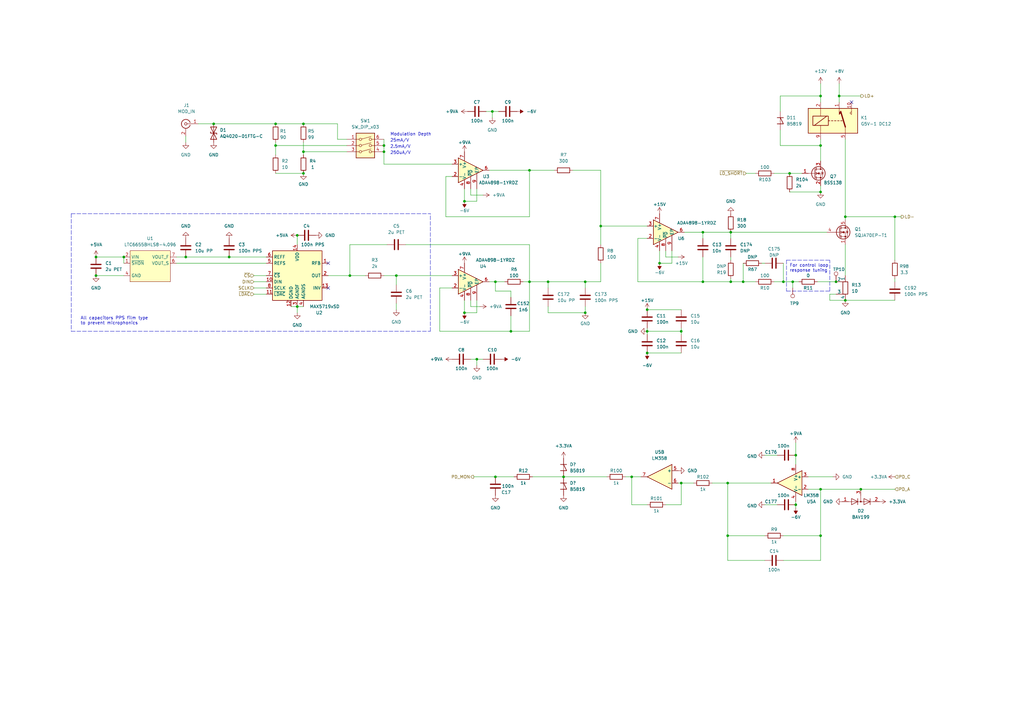
<source format=kicad_sch>
(kicad_sch (version 20211123) (generator eeschema)
  (paper "A3")
  (title_block (title "Kirdy") (date "2022-07-03") (rev "r0.1") (company "M-Labs") (comment 1 "Alex Wong Tat Hang"))
  (lib_symbols
    (symbol "Amplifier_Operational:ADA4898-1YRDZ" (pin_names (offset 0.127))
      (property "Reference" "U" (at 3.81 3.81 0))
      (property "Value" "ADA4898-1YRDZ" (at 11.43 -2.54 0))
      (symbol "ADA4898-1YRDZ_1_1"
        (pin input line (at -7.62 -2.54 0) (length 2.54) (name "-") (number "2"))
        (pin input line (at -7.62 2.54 0) (length 2.54) (name "+") (number "3"))
        (pin power_in line (at -2.54 -7.62 90) (length 3.81) (name "V-") (number "4"))
        (pin output line (at 7.62 0 180) (length 2.54) (name "~") (number "6"))
        (pin power_in line (at -2.54 7.62 270) (length 3.81) (name "V+") (number "7"))
        (pin input line (at 0 -7.62 90) (length 5.08) (name "~{PD}") (number "8"))
        (pin passive line (at 2.54 -7.62 90) (length 6.35) (name "EP") (number "9"))
      )
    )
    (symbol "Amplifier_Operational:LM358" (pin_names (offset 0.127))
      (property "Reference" "U" (at 0 5.08 0))
      (property "Value" "LM358" (at 0 -5.08 0))
      (symbol "LM358_1_1"
        (pin output line (at 7.62 0 180) (length 2.54) (name "~") (number "1"))
        (pin input line (at -7.62 -2.54 0) (length 2.54) (name "-") (number "2"))
        (pin input line (at -7.62 2.54 0) (length 2.54) (name "+") (number "3"))
      )
      (symbol "LM358_2_1"
        (pin input line (at -7.62 2.54 0) (length 2.54) (name "+") (number "5"))
        (pin input line (at -7.62 -2.54 0) (length 2.54) (name "-") (number "6"))
        (pin output line (at 7.62 0 180) (length 2.54) (name "~") (number "7"))
      )
      (symbol "LM358_3_1"
        (pin power_in line (at -2.54 -7.62 90) (length 3.81) (name "V-") (number "4"))
        (pin power_in line (at -2.54 7.62 270) (length 3.81) (name "V+") (number "8"))
      )
    )
    (symbol "Analog_DAC:MAX5719xSD"
      (property "Reference" "U" (at -10.16 11.43 0))
      (property "Value" "MAX5719xSD" (at 1.27 11.43 0))
      (symbol "MAX5719xSD_1_1"
        (pin passive line (at 12.7 5.08 180) (length 2.54) (name "RFB") (number "1"))
        (pin input line (at -12.7 -2.54 0) (length 2.54) (name "DIN") (number "10"))
        (pin input line (at -12.7 -7.62 0) (length 2.54) (name "~{LDAC}") (number "11"))
        (pin power_in line (at -2.54 -12.7 90) (length 2.54) (name "DGND") (number "12"))
        (pin passive line (at 12.7 -5.08 180) (length 2.54) (name "INV") (number "13"))
        (pin power_in line (at 0 12.7 270) (length 2.54) (name "VDD") (number "14"))
        (pin output line (at 12.7 0 180) (length 2.54) (name "OUT") (number "2"))
        (pin power_in line (at 0 -12.7 90) (length 2.54) (name "AGNDF") (number "3"))
        (pin power_in line (at 2.54 -12.7 90) (length 2.54) (name "AGNDS") (number "4"))
        (pin input line (at -12.7 5.08 0) (length 2.54) (name "REFS") (number "5"))
        (pin input line (at -12.7 7.62 0) (length 2.54) (name "REFF") (number "6"))
        (pin input line (at -12.7 0 0) (length 2.54) (name "~{CS}") (number "7"))
        (pin input line (at -12.7 -5.08 0) (length 2.54) (name "SCLK") (number "8"))
        (pin no_connect line (at 10.16 -7.62 180) (length 2.54) hide (name "NC") (number "9"))
      )
    )
    (symbol "Connector:Conn_Coaxial" (pin_names (offset 1.016) hide)
      (property "Reference" "J" (at 0.254 3.048 0))
      (property "Value" "Conn_Coaxial" (at 2.921 0 90))
      (symbol "Conn_Coaxial_1_1"
        (pin passive line (at -5.08 0 0) (length 2.54) (name "In") (number "1"))
        (pin passive line (at 0 -5.08 90) (length 2.54) (name "Ext") (number "2"))
      )
    )
    (symbol "Connector:TestPoint" (pin_numbers hide) (pin_names (offset 0.762) hide)
      (property "Reference" "TP" (at 0 6.858 0))
      (property "Value" "TestPoint" (at 0 5.08 0))
      (symbol "TestPoint_1_1"
        (pin passive line (at 0 0 90) (length 2.54) (name "1") (number "1"))
      )
    )
    (symbol "Device:C" (pin_numbers hide) (pin_names (offset 0.254))
      (property "Reference" "C" (at 0.635 2.54 0))
      (property "Value" "C" (at 0.635 -2.54 0))
      (symbol "C_1_1"
        (pin passive line (at 0 3.81 270) (length 2.794) (name "~") (number "1"))
        (pin passive line (at 0 -3.81 90) (length 2.794) (name "~") (number "2"))
      )
    )
    (symbol "Device:D_Shockley" (pin_numbers hide) (pin_names (offset 1.016) hide)
      (property "Reference" "D" (at 0 2.54 0))
      (property "Value" "D_Shockley" (at 0 -2.54 0))
      (symbol "D_Shockley_1_1"
        (pin passive line (at -3.81 0 0) (length 2.54) (name "K") (number "1"))
        (pin passive line (at 3.81 0 180) (length 2.54) (name "A") (number "2"))
      )
    )
    (symbol "Device:D_TVS" (pin_numbers hide) (pin_names (offset 1.016) hide)
      (property "Reference" "D" (at 0 2.54 0))
      (property "Value" "D_TVS" (at 0 -2.54 0))
      (symbol "D_TVS_1_1"
        (pin passive line (at -3.81 0 0) (length 2.54) (name "A1") (number "1"))
        (pin passive line (at 3.81 0 180) (length 2.54) (name "A2") (number "2"))
      )
    )
    (symbol "Device:R" (pin_numbers hide) (pin_names (offset 0))
      (property "Reference" "R" (at 2.032 0 90))
      (property "Value" "R" (at 0 0 90))
      (symbol "R_1_1"
        (pin passive line (at 0 3.81 270) (length 1.27) (name "~") (number "1"))
        (pin passive line (at 0 -3.81 90) (length 1.27) (name "~") (number "2"))
      )
    )
    (symbol "Device:R_Shunt" (pin_numbers hide) (pin_names (offset 0))
      (property "Reference" "R" (at -4.445 0 90))
      (property "Value" "R_Shunt" (at -2.54 0 90))
      (symbol "R_Shunt_1_1"
        (pin passive line (at 0 5.08 270) (length 2.54) (name "1") (number "1"))
        (pin passive line (at 3.81 2.54 180) (length 2.54) (name "2") (number "2"))
        (pin passive line (at 3.81 -2.54 180) (length 2.54) (name "3") (number "3"))
        (pin passive line (at 0 -5.08 90) (length 2.54) (name "4") (number "4"))
      )
    )
    (symbol "Diode:BAV99" (pin_names hide)
      (property "Reference" "D" (at 0 5.08 0))
      (property "Value" "BAV99" (at 0 2.54 0))
      (symbol "BAV99_1_1"
        (pin passive line (at -7.62 0 0) (length 2.54) (name "K") (number "1"))
        (pin passive line (at 7.62 0 180) (length 2.54) (name "A") (number "2"))
        (pin passive line (at 0 -5.08 90) (length 2.54) (name "K") (number "3"))
      )
    )
    (symbol "Relay:G5V-1"
      (property "Reference" "K" (at 11.43 3.81 0))
      (property "Value" "G5V-1" (at 11.43 1.27 0))
      (symbol "G5V-1_1_1"
        (pin passive line (at 2.54 7.62 270) (length 2.54) (name "~") (number "1"))
        (pin passive line (at 7.62 7.62 270) (length 2.54) (name "~") (number "10"))
        (pin passive line (at -5.08 7.62 270) (length 2.54) (name "~") (number "2"))
        (pin passive line (at 5.08 -7.62 90) (length 2.54) (name "~") (number "5"))
        (pin passive line (at 5.08 -7.62 90) (length 2.54) hide (name "~") (number "6"))
        (pin passive line (at -5.08 -7.62 90) (length 2.54) (name "~") (number "9"))
      )
    )
    (symbol "Switch:SW_DIP_x03" (pin_names (offset 0) hide)
      (property "Reference" "SW" (at 0 8.89 0))
      (property "Value" "SW_DIP_x03" (at 0 -3.81 0))
      (symbol "SW_DIP_x03_1_1"
        (pin passive line (at -7.62 5.08 0) (length 5.08) (name "~") (number "1"))
        (pin passive line (at -7.62 2.54 0) (length 5.08) (name "~") (number "2"))
        (pin passive line (at -7.62 0 0) (length 5.08) (name "~") (number "3"))
        (pin passive line (at 7.62 0 180) (length 5.08) (name "~") (number "4"))
        (pin passive line (at 7.62 2.54 180) (length 5.08) (name "~") (number "5"))
        (pin passive line (at 7.62 5.08 180) (length 5.08) (name "~") (number "6"))
      )
    )
    (symbol "Transistor_FET:BSS138" (pin_names hide)
      (property "Reference" "Q" (at 5.08 1.905 0))
      (property "Value" "BSS138" (at 5.08 0 0))
      (symbol "BSS138_1_1"
        (pin input line (at -5.08 0 0) (length 2.54) (name "G") (number "1"))
        (pin passive line (at 2.54 -5.08 90) (length 2.54) (name "S") (number "2"))
        (pin passive line (at 2.54 5.08 270) (length 2.54) (name "D") (number "3"))
      )
    )
    (symbol "Transistor_FET:CSD17507Q5A" (pin_names hide)
      (property "Reference" "Q" (at 5.08 1.905 0))
      (property "Value" "CSD17507Q5A" (at 5.08 0 0))
      (symbol "CSD17507Q5A_1_1"
        (pin passive line (at 2.54 -5.08 90) (length 2.54) (name "S") (number "1"))
        (pin passive line (at 2.54 -5.08 90) (length 2.54) hide (name "S") (number "2"))
        (pin passive line (at 2.54 -5.08 90) (length 2.54) hide (name "S") (number "3"))
        (pin passive line (at -5.08 0 0) (length 2.54) (name "G") (number "4"))
        (pin passive line (at 2.54 5.08 270) (length 2.54) (name "D") (number "5"))
      )
    )
    (symbol "kirdy:LTC6655"
      (property "Reference" "U" (at 0 -10.16 0))
      (property "Value" "LTC6655" (at 0 -7.62 0))
      (symbol "LTC6655_0_0"
        (pin input line (at -10.16 2.54 0) (length 2.54) (name "~{SHDN}") (number "1"))
        (pin power_in line (at -10.16 5.08 0) (length 2.54) (name "VIN") (number "2"))
        (pin power_in line (at -10.16 -2.54 0) (length 2.54) hide (name "GND") (number "3"))
        (pin power_in line (at -10.16 -2.54 0) (length 2.54) (name "GND") (number "4"))
        (pin power_in line (at -10.16 -2.54 0) (length 2.54) hide (name "GND") (number "5"))
        (pin passive line (at 11.43 2.54 180) (length 2.54) (name "VOUT_S") (number "6"))
        (pin output line (at 11.43 5.08 180) (length 2.54) (name "VOUT_F") (number "7"))
        (pin power_in line (at -10.16 -2.54 0) (length 2.54) hide (name "GND") (number "8"))
      )
    )
    (symbol "power:+12V" (power) (pin_names (offset 0))
      (property "Value" "+12V" (at 0 3.556 0))
      (symbol "+12V_1_1"
        (pin power_in line (at 0 0 90) (length 0) hide (name "+12V") (number "1"))
      )
    )
    (symbol "power:+15V" (power) (pin_names (offset 0))
      (property "Value" "+15V" (at 0 3.556 0))
      (symbol "+15V_1_1"
        (pin power_in line (at 0 0 90) (length 0) hide (name "+15V") (number "1"))
      )
    )
    (symbol "power:+3.3VA" (power) (pin_names (offset 0))
      (property "Value" "+3.3VA" (at 0 3.556 0))
      (symbol "+3.3VA_1_1"
        (pin power_in line (at 0 0 90) (length 0) hide (name "+3.3VA") (number "1"))
      )
    )
    (symbol "power:+5VA" (power) (pin_names (offset 0))
      (property "Value" "+5VA" (at 0 3.556 0))
      (symbol "+5VA_1_1"
        (pin power_in line (at 0 0 90) (length 0) hide (name "+5VA") (number "1"))
      )
    )
    (symbol "power:+8V" (power) (pin_names (offset 0))
      (property "Value" "+8V" (at 0 3.556 0))
      (symbol "+8V_1_1"
        (pin power_in line (at 0 0 90) (length 0) hide (name "+8V") (number "1"))
      )
    )
    (symbol "power:+9VA" (power) (pin_names (offset 0))
      (property "Value" "+9VA" (at 0 3.81 0))
      (symbol "+9VA_1_1"
        (pin power_in line (at 0 0 90) (length 0) hide (name "+9VA") (number "1"))
      )
    )
    (symbol "power:-6V" (power) (pin_names (offset 0))
      (property "Value" "-6V" (at 0 3.81 0))
      (symbol "-6V_0_0"
        (pin power_in line (at 0 0 90) (length 0) hide (name "-6V") (number "1"))
      )
    )
    (symbol "power:GND" (power) (pin_names (offset 0))
      (property "Value" "GND" (at 0 -3.81 0))
      (symbol "GND_1_1"
        (pin power_in line (at 0 0 270) (length 0) hide (name "GND") (number "1"))
      )
    )
  )
  (junction (at 270.51 107.95))
  (junction (at 124.46 71.12))
  (junction (at 217.17 69.85))
  (junction (at 342.9 115.57))
  (junction (at 265.43 135.89))
  (junction (at 203.2 115.57))
  (junction (at 121.92 96.52))
  (junction (at 336.55 59.69))
  (junction (at 288.29 95.25))
  (junction (at 367.03 88.9))
  (junction (at 231.14 195.58))
  (junction (at 336.55 39.37))
  (junction (at 346.71 88.9))
  (junction (at 87.63 50.8))
  (junction (at 201.93 45.72))
  (junction (at 157.48 62.23))
  (junction (at 240.03 115.57))
  (junction (at 336.55 219.71))
  (junction (at 195.58 147.32))
  (junction (at 299.72 115.57))
  (junction (at 265.43 127))
  (junction (at 190.5 128.27))
  (junction (at 124.46 50.8))
  (junction (at 298.45 198.12))
  (junction (at 217.17 115.57))
  (junction (at 224.79 115.57))
  (junction (at 190.5 82.55))
  (junction (at 325.12 115.57))
  (junction (at 288.29 115.57))
  (junction (at 143.51 113.03))
  (junction (at 326.39 207.01))
  (junction (at 336.55 78.74))
  (junction (at 299.72 95.25))
  (junction (at 259.08 195.58))
  (junction (at 113.03 50.8))
  (junction (at 336.55 200.66))
  (junction (at 162.56 113.03))
  (junction (at 76.2 105.41))
  (junction (at 279.4 198.12))
  (junction (at 279.4 135.89))
  (junction (at 246.38 92.71))
  (junction (at 50.8 105.41))
  (junction (at 346.71 123.19))
  (junction (at 265.43 144.78))
  (junction (at 93.98 105.41))
  (junction (at 353.06 200.66))
  (junction (at 39.37 113.03))
  (junction (at 240.03 128.27))
  (junction (at 113.03 59.69))
  (junction (at 344.17 39.37))
  (junction (at 298.45 219.71))
  (junction (at 304.8 115.57))
  (junction (at 326.39 186.69))
  (junction (at 124.46 62.23))
  (junction (at 121.92 125.73))
  (junction (at 209.55 135.89))
  (junction (at 39.37 105.41))
  (junction (at 203.2 195.58))
  (junction (at 157.48 59.69))
  (junction (at 323.85 71.12))
  (junction (at 321.31 115.57))
  (no_connect (at 349.25 41.91))
  (no_connect (at 134.62 118.11))
  (no_connect (at 134.62 107.95))
  (wire (pts (xy 162.56 124.46) (xy 162.56 127)))
  (wire (pts (xy 104.14 113.03) (xy 109.22 113.03)))
  (wire (pts (xy 326.39 207.01) (xy 326.39 205.74)))
  (wire (pts (xy 298.45 219.71) (xy 313.69 219.71)))
  (wire (pts (xy 50.8 105.41) (xy 50.8 107.95)))
  (wire (pts (xy 157.48 59.69) (xy 157.48 62.23)))
  (wire (pts (xy 323.85 71.12) (xy 328.93 71.12)))
  (wire (pts (xy 217.17 115.57) (xy 224.79 115.57)))
  (wire (pts (xy 353.06 200.66) (xy 367.03 200.66)))
  (wire (pts (xy 113.03 71.12) (xy 124.46 71.12)))
  (wire (pts (xy 335.28 115.57) (xy 342.9 115.57)))
  (wire (pts (xy 288.29 95.25) (xy 299.72 95.25)))
  (wire (pts (xy 321.31 219.71) (xy 336.55 219.71)))
  (wire (pts (xy 336.55 219.71) (xy 336.55 200.66)))
  (wire (pts (xy 325.12 118.11) (xy 325.12 115.57)))
  (wire (pts (xy 231.14 195.58) (xy 248.92 195.58)))
  (wire (pts (xy 240.03 115.57) (xy 246.38 115.57)))
  (wire (pts (xy 265.43 135.89) (xy 265.43 137.16)))
  (wire (pts (xy 320.04 59.69) (xy 336.55 59.69)))
  (wire (pts (xy 346.71 90.17) (xy 346.71 88.9)))
  (wire (pts (xy 166.37 100.33) (xy 217.17 100.33)))
  (wire (pts (xy 138.43 57.15) (xy 142.24 57.15)))
  (wire (pts (xy 278.13 198.12) (xy 279.4 198.12)))
  (wire (pts (xy 194.31 195.58) (xy 203.2 195.58)))
  (wire (pts (xy 76.2 58.42) (xy 76.2 55.88)))
  (wire (pts (xy 240.03 118.11) (xy 240.03 115.57)))
  (wire (pts (xy 288.29 95.25) (xy 288.29 97.79)))
  (wire (pts (xy 280.67 95.25) (xy 288.29 95.25)))
  (wire (pts (xy 193.04 125.73) (xy 196.85 125.73)))
  (wire (pts (xy 336.55 34.29) (xy 336.55 39.37)))
  (wire (pts (xy 124.46 58.42) (xy 124.46 62.23)))
  (wire (pts (xy 273.05 207.01) (xy 279.4 207.01)))
  (wire (pts (xy 246.38 107.95) (xy 246.38 115.57)))
  (wire (pts (xy 367.03 114.3) (xy 367.03 115.57)))
  (wire (pts (xy 299.72 95.25) (xy 339.09 95.25)))
  (wire (pts (xy 81.28 50.8) (xy 87.63 50.8)))
  (polyline (pts (xy 322.58 119.38) (xy 340.36 119.38)))
  (wire (pts (xy 104.14 118.11) (xy 109.22 118.11)))
  (wire (pts (xy 336.55 59.69) (xy 336.55 66.04)))
  (wire (pts (xy 273.05 105.41) (xy 278.13 105.41)))
  (polyline (pts (xy 322.58 106.68) (xy 340.36 106.68)))
  (wire (pts (xy 340.36 120.65) (xy 340.36 123.19)))
  (wire (pts (xy 157.48 57.15) (xy 157.48 59.69)))
  (wire (pts (xy 299.72 105.41) (xy 299.72 106.68)))
  (wire (pts (xy 298.45 219.71) (xy 298.45 198.12)))
  (wire (pts (xy 76.2 105.41) (xy 93.98 105.41)))
  (wire (pts (xy 104.14 115.57) (xy 109.22 115.57)))
  (wire (pts (xy 113.03 58.42) (xy 113.03 59.69)))
  (wire (pts (xy 200.66 69.85) (xy 217.17 69.85)))
  (wire (pts (xy 201.93 45.72) (xy 201.93 48.26)))
  (wire (pts (xy 306.07 71.12) (xy 309.88 71.12)))
  (wire (pts (xy 224.79 115.57) (xy 240.03 115.57)))
  (wire (pts (xy 217.17 88.9) (xy 217.17 69.85)))
  (wire (pts (xy 209.55 135.89) (xy 217.17 135.89)))
  (wire (pts (xy 162.56 113.03) (xy 185.42 113.03)))
  (wire (pts (xy 320.04 53.34) (xy 320.04 59.69)))
  (wire (pts (xy 157.48 113.03) (xy 162.56 113.03)))
  (wire (pts (xy 336.55 57.15) (xy 336.55 59.69)))
  (wire (pts (xy 299.72 95.25) (xy 299.72 97.79)))
  (wire (pts (xy 217.17 135.89) (xy 217.17 115.57)))
  (wire (pts (xy 367.03 88.9) (xy 346.71 88.9)))
  (wire (pts (xy 313.69 229.87) (xy 298.45 229.87)))
  (wire (pts (xy 240.03 128.27) (xy 240.03 125.73)))
  (wire (pts (xy 313.69 207.01) (xy 318.77 207.01)))
  (wire (pts (xy 72.39 107.95) (xy 109.22 107.95)))
  (wire (pts (xy 124.46 62.23) (xy 142.24 62.23)))
  (wire (pts (xy 214.63 115.57) (xy 217.17 115.57)))
  (wire (pts (xy 279.4 135.89) (xy 265.43 135.89)))
  (wire (pts (xy 201.93 45.72) (xy 204.47 45.72)))
  (wire (pts (xy 180.34 118.11) (xy 180.34 135.89)))
  (wire (pts (xy 256.54 195.58) (xy 259.08 195.58)))
  (wire (pts (xy 259.08 207.01) (xy 259.08 195.58)))
  (wire (pts (xy 195.58 82.55) (xy 195.58 77.47)))
  (wire (pts (xy 190.5 77.47) (xy 190.5 82.55)))
  (wire (pts (xy 195.58 128.27) (xy 195.58 123.19)))
  (wire (pts (xy 279.4 198.12) (xy 284.48 198.12)))
  (wire (pts (xy 143.51 100.33) (xy 143.51 113.03)))
  (wire (pts (xy 158.75 100.33) (xy 143.51 100.33)))
  (polyline (pts (xy 29.21 87.63) (xy 176.53 87.63)))
  (wire (pts (xy 346.71 123.19) (xy 367.03 123.19)))
  (wire (pts (xy 218.44 195.58) (xy 231.14 195.58)))
  (wire (pts (xy 195.58 147.32) (xy 198.12 147.32)))
  (wire (pts (xy 87.63 50.8) (xy 113.03 50.8)))
  (wire (pts (xy 304.8 107.95) (xy 304.8 115.57)))
  (wire (pts (xy 193.04 77.47) (xy 193.04 80.01)))
  (wire (pts (xy 113.03 50.8) (xy 124.46 50.8)))
  (wire (pts (xy 190.5 82.55) (xy 195.58 82.55)))
  (wire (pts (xy 193.04 147.32) (xy 195.58 147.32)))
  (wire (pts (xy 203.2 195.58) (xy 210.82 195.58)))
  (wire (pts (xy 321.31 115.57) (xy 325.12 115.57)))
  (wire (pts (xy 246.38 69.85) (xy 246.38 92.71)))
  (wire (pts (xy 270.51 107.95) (xy 275.59 107.95)))
  (wire (pts (xy 199.39 45.72) (xy 201.93 45.72)))
  (wire (pts (xy 344.17 39.37) (xy 344.17 41.91)))
  (wire (pts (xy 185.42 72.39) (xy 182.88 72.39)))
  (polyline (pts (xy 340.36 119.38) (xy 340.36 106.68)))
  (wire (pts (xy 340.36 120.65) (xy 342.9 120.65)))
  (wire (pts (xy 292.1 198.12) (xy 298.45 198.12)))
  (wire (pts (xy 72.39 105.41) (xy 76.2 105.41)))
  (wire (pts (xy 259.08 195.58) (xy 262.89 195.58)))
  (wire (pts (xy 180.34 135.89) (xy 209.55 135.89)))
  (wire (pts (xy 298.45 198.12) (xy 316.23 198.12)))
  (wire (pts (xy 193.04 123.19) (xy 193.04 125.73)))
  (wire (pts (xy 134.62 113.03) (xy 143.51 113.03)))
  (wire (pts (xy 209.55 119.38) (xy 203.2 119.38)))
  (wire (pts (xy 93.98 105.41) (xy 109.22 105.41)))
  (wire (pts (xy 317.5 115.57) (xy 321.31 115.57)))
  (wire (pts (xy 234.95 69.85) (xy 246.38 69.85)))
  (wire (pts (xy 39.37 105.41) (xy 50.8 105.41)))
  (wire (pts (xy 326.39 181.61) (xy 326.39 186.69)))
  (wire (pts (xy 39.37 113.03) (xy 50.8 113.03)))
  (wire (pts (xy 369.57 88.9) (xy 367.03 88.9)))
  (wire (pts (xy 190.5 128.27) (xy 195.58 128.27)))
  (wire (pts (xy 124.46 62.23) (xy 124.46 63.5)))
  (wire (pts (xy 270.51 102.87) (xy 270.51 107.95)))
  (polyline (pts (xy 29.21 87.63) (xy 29.21 135.89)))
  (wire (pts (xy 325.12 115.57) (xy 327.66 115.57)))
  (wire (pts (xy 113.03 59.69) (xy 142.24 59.69)))
  (wire (pts (xy 261.62 115.57) (xy 261.62 97.79)))
  (wire (pts (xy 298.45 229.87) (xy 298.45 219.71)))
  (wire (pts (xy 121.92 96.52) (xy 121.92 100.33)))
  (wire (pts (xy 273.05 102.87) (xy 273.05 105.41)))
  (wire (pts (xy 157.48 67.31) (xy 185.42 67.31)))
  (polyline (pts (xy 322.58 106.68) (xy 322.58 119.38)))
  (wire (pts (xy 217.17 69.85) (xy 227.33 69.85)))
  (wire (pts (xy 336.55 39.37) (xy 336.55 41.91)))
  (wire (pts (xy 331.47 195.58) (xy 341.63 195.58)))
  (wire (pts (xy 304.8 115.57) (xy 309.88 115.57)))
  (wire (pts (xy 344.17 39.37) (xy 353.06 39.37)))
  (wire (pts (xy 288.29 115.57) (xy 261.62 115.57)))
  (wire (pts (xy 182.88 88.9) (xy 217.17 88.9)))
  (wire (pts (xy 119.38 125.73) (xy 121.92 125.73)))
  (wire (pts (xy 246.38 92.71) (xy 265.43 92.71)))
  (wire (pts (xy 367.03 88.9) (xy 367.03 106.68)))
  (wire (pts (xy 104.14 120.65) (xy 109.22 120.65)))
  (wire (pts (xy 326.39 208.28) (xy 326.39 207.01)))
  (wire (pts (xy 143.51 113.03) (xy 149.86 113.03)))
  (wire (pts (xy 193.04 80.01) (xy 198.12 80.01)))
  (wire (pts (xy 246.38 92.71) (xy 246.38 100.33)))
  (polyline (pts (xy 29.21 135.89) (xy 176.53 135.89)))
  (wire (pts (xy 224.79 125.73) (xy 224.79 128.27)))
  (wire (pts (xy 299.72 114.3) (xy 299.72 115.57)))
  (wire (pts (xy 346.71 57.15) (xy 346.71 88.9)))
  (wire (pts (xy 313.69 186.69) (xy 318.77 186.69)))
  (wire (pts (xy 321.31 229.87) (xy 336.55 229.87)))
  (wire (pts (xy 190.5 123.19) (xy 190.5 128.27)))
  (wire (pts (xy 326.39 186.69) (xy 326.39 190.5)))
  (wire (pts (xy 224.79 118.11) (xy 224.79 115.57)))
  (wire (pts (xy 331.47 200.66) (xy 336.55 200.66)))
  (wire (pts (xy 203.2 119.38) (xy 203.2 115.57)))
  (wire (pts (xy 321.31 107.95) (xy 321.31 115.57)))
  (wire (pts (xy 336.55 229.87) (xy 336.55 219.71)))
  (wire (pts (xy 320.04 39.37) (xy 336.55 39.37)))
  (wire (pts (xy 209.55 129.54) (xy 209.55 135.89)))
  (wire (pts (xy 279.4 134.62) (xy 279.4 135.89)))
  (wire (pts (xy 344.17 34.29) (xy 344.17 39.37)))
  (wire (pts (xy 312.42 107.95) (xy 313.69 107.95)))
  (wire (pts (xy 323.85 78.74) (xy 336.55 78.74)))
  (wire (pts (xy 113.03 59.69) (xy 113.03 63.5)))
  (wire (pts (xy 121.92 125.73) (xy 121.92 128.27)))
  (wire (pts (xy 217.17 100.33) (xy 217.17 115.57)))
  (wire (pts (xy 279.4 135.89) (xy 279.4 137.16)))
  (wire (pts (xy 162.56 113.03) (xy 162.56 116.84)))
  (wire (pts (xy 279.4 207.01) (xy 279.4 198.12)))
  (wire (pts (xy 157.48 62.23) (xy 157.48 67.31)))
  (wire (pts (xy 124.46 50.8) (xy 138.43 50.8)))
  (wire (pts (xy 203.2 115.57) (xy 207.01 115.57)))
  (wire (pts (xy 336.55 76.2) (xy 336.55 78.74)))
  (wire (pts (xy 317.5 71.12) (xy 323.85 71.12)))
  (wire (pts (xy 340.36 123.19) (xy 346.71 123.19)))
  (wire (pts (xy 185.42 118.11) (xy 180.34 118.11)))
  (wire (pts (xy 320.04 45.72) (xy 320.04 39.37)))
  (wire (pts (xy 265.43 134.62) (xy 265.43 135.89)))
  (wire (pts (xy 224.79 128.27) (xy 240.03 128.27)))
  (wire (pts (xy 265.43 127) (xy 279.4 127)))
  (wire (pts (xy 336.55 200.66) (xy 353.06 200.66)))
  (wire (pts (xy 288.29 115.57) (xy 299.72 115.57)))
  (wire (pts (xy 209.55 121.92) (xy 209.55 119.38)))
  (wire (pts (xy 265.43 144.78) (xy 279.4 144.78)))
  (wire (pts (xy 200.66 115.57) (xy 203.2 115.57)))
  (wire (pts (xy 346.71 100.33) (xy 346.71 113.03)))
  (wire (pts (xy 138.43 50.8) (xy 138.43 57.15)))
  (wire (pts (xy 275.59 107.95) (xy 275.59 102.87)))
  (wire (pts (xy 288.29 105.41) (xy 288.29 115.57)))
  (wire (pts (xy 195.58 147.32) (xy 195.58 149.86)))
  (wire (pts (xy 299.72 115.57) (xy 304.8 115.57)))
  (polyline (pts (xy 176.53 135.89) (xy 176.53 87.63)))
  (wire (pts (xy 265.43 207.01) (xy 259.08 207.01)))
  (wire (pts (xy 121.92 125.73) (xy 124.46 125.73)))
  (wire (pts (xy 182.88 72.39) (xy 182.88 88.9)))
  (wire (pts (xy 261.62 97.79) (xy 265.43 97.79)))
  (text "250uA/V" (at 160.02 63.5 0) (effects (font (size 1.27 1.27)) (justify left bottom)))
  (text "All capacitors PPS film type\nto prevent microphonics " (at 33.02 133.35 0) (effects (font (size 1.27 1.27)) (justify left bottom)))
  (text "2.5mA/V" (at 160.02 60.96 0) (effects (font (size 1.27 1.27)) (justify left bottom)))
  (text "For control loop\nresponse tuning" (at 323.85 111.76 0) (effects (font (size 1.27 1.27)) (justify left bottom)))
  (text "25mA/V" (at 160.02 58.42 0) (effects (font (size 1.27 1.27)) (justify left bottom)))
  (text "Modulation Depth" (at 160.02 55.88 0) (effects (font (size 1.27 1.27)) (justify left bottom)))
  (hierarchical_label "~{LDAC}" (shape input) (at 104.14 120.65 180))
  (hierarchical_label "~{LD_SHORT}" (shape input) (at 306.07 71.12 180))
  (hierarchical_label "LD+" (shape output) (at 353.06 39.37 0))
  (hierarchical_label "SCLK" (shape input) (at 104.14 118.11 180))
  (hierarchical_label "PD_MON" (shape output) (at 194.31 195.58 180))
  (hierarchical_label "PD_C" (shape input) (at 367.03 195.58 0))
  (hierarchical_label "PD_A" (shape input) (at 367.03 200.66 0))
  (hierarchical_label "DIN" (shape input) (at 104.14 115.57 180))
  (hierarchical_label "LD-" (shape output) (at 369.57 88.9 0))
  (hierarchical_label "~{CS}" (shape input) (at 104.14 113.03 180))
  (symbol (lib_id "Connector:TestPoint") (at 342.9 115.57 0) (unit 1)
    (property "Reference" "TP10" (at 341.63 110.49 0) (effects (justify left)))
    (property "Value" "TestPoint" (effects hide))
    (property "Footprint" "TestPoint:TestPoint_Pad_2.0x2.0mm" (effects hide))
  )
  (symbol (lib_id "Amplifier_Operational:LM358") (at 328.93 198.12 0) (unit 3)
    (property "Reference" "U5" (effects hide))
    (property "Value" "LM358" (effects hide))
    (property "Datasheet" "http://www.ti.com/lit/ds/symlink/lm2904-n.pdf" (effects hide))
  )
  (symbol (lib_id "Device:R") (at 299.72 110.49 180) (unit 1)
    (property "Reference" "R19" (at 295.91 111.76 0))
    (property "Value" "DNP" (at 295.91 109.22 0))
    (property "Footprint" "Resistor_SMD:R_0603_1608Metric" (effects hide))
  )
  (symbol (lib_id "Device:R") (at 299.72 91.44 180) (unit 1)
    (property "Reference" "R18" (at 302.26 90.1699 0) (effects (justify right)))
    (property "Value" "300" (at 302.26 92.7099 0) (effects (justify right)))
    (property "Footprint" "Resistor_SMD:R_0603_1608Metric" (effects hide))
    (property "MFR_PN" "WR06X1000FTL" (effects hide))
    (property "MFR_PN_ALT" "RMCF0603FT100R" (effects hide))
  )
  (symbol (lib_id "Diode:BAV99") (at 353.06 205.74 0) (mirror x) (unit 1)
    (property "Reference" "D2" (at 353.06 209.55 0))
    (property "Value" "BAV199" (at 353.06 212.09 0))
    (property "Footprint" "Package_TO_SOT_SMD:SOT-23" (effects hide))
    (property "Datasheet" "https://assets.nexperia.com/documents/data-sheet/BAV99_SER.pdf" (effects hide))
    (property "MFR_PN" "BAV199W-7" (effects hide))
    (property "MFR_PN_ALT" "BAV199E6327HTSA1" (effects hide))
  )
  (symbol (lib_id "power:+3.3VA") (at 367.03 195.58 90) (unit 1)
    (property "Reference" "#PWR0173" (effects hide))
    (property "Value" "+3.3VA" (at 356.87 195.58 90) (effects (justify right)))
  )
  (symbol (lib_id "power:GND") (at 313.69 186.69 270) (unit 1)
    (property "Reference" "#PWR0130" (effects hide))
    (property "Value" "GND" (at 310.5151 187.1238 90) (effects (justify right)))
  )
  (symbol (lib_id "power:GND") (at 345.44 205.74 270) (unit 1)
    (property "Reference" "#PWR036" (effects hide))
    (property "Value" "GND" (at 341.63 205.7399 90) (effects (justify right)))
  )
  (symbol (lib_id "Device:D_Shockley") (at 320.04 49.53 270) (unit 1)
    (property "Reference" "D11" (at 322.58 48.2599 90) (effects (justify left)))
    (property "Value" "B5819" (at 322.58 50.7999 90) (effects (justify left)))
    (property "Footprint" "Diode_SMD:D_SOD-323" (effects hide))
    (property "MFR_PN" "B5819WS-TP" (effects hide))
  )
  (symbol (lib_id "Device:R") (at 323.85 74.93 180) (unit 1)
    (property "Reference" "R104" (at 326.39 73.6599 0) (effects (justify right)))
    (property "Value" "2k" (at 326.39 76.1999 0) (effects (justify right)))
    (property "Footprint" "Resistor_SMD:R_0603_1608Metric" (effects hide))
    (property "MFR_PN" "RC0603FR-072KL" (effects hide))
    (property "MFR_PN_ALT" "ERJ-3EKF2001V" (effects hide))
  )
  (symbol (lib_id "power:GND") (at 336.55 78.74 0) (unit 1)
    (property "Reference" "#PWR0171" (effects hide))
    (property "Value" "GND" (at 336.55 83.82 0))
  )
  (symbol (lib_id "power:+3.3VA") (at 231.14 187.96 0) (unit 1)
    (property "Reference" "#PWR032" (effects hide))
    (property "Value" "+3.3VA" (at 231.14 182.88 0))
  )
  (symbol (lib_id "power:-6V") (at 212.09 45.72 270) (unit 1)
    (property "Reference" "#PWR022" (effects hide))
    (property "Value" "-6V" (at 215.9 45.7199 90) (effects (justify left)))
  )
  (symbol (lib_id "Device:C") (at 162.56 100.33 90) (unit 1)
    (property "Reference" "C5" (at 162.56 92.71 90))
    (property "Value" "2u PET" (at 162.56 95.25 90))
    (property "Footprint" "Capacitor_SMD:C_1812_4532Metric" (effects hide))
    (property "MFR_PN" "35MU225MC14532" (effects hide))
  )
  (symbol (lib_id "power:+15V") (at 265.43 127 0) (unit 1)
    (property "Reference" "#PWR028" (effects hide))
    (property "Value" "+15V" (at 265.43 123.19 0))
  )
  (symbol (lib_id "Device:R") (at 331.47 115.57 90) (unit 1)
    (property "Reference" "R11" (at 331.47 118.11 90))
    (property "Value" "0" (at 331.47 113.03 90))
    (property "Footprint" "Resistor_SMD:R_0603_1608Metric" (effects hide))
    (property "MFR_PN" "RMCF0603ZT0R00" (effects hide))
    (property "MFR_PN_ALT" "CR0603-J/-000ELF" (effects hide))
  )
  (symbol (lib_id "power:-6V") (at 205.74 147.32 270) (unit 1)
    (property "Reference" "#PWR023" (effects hide))
    (property "Value" "-6V" (at 209.55 147.3199 90) (effects (justify left)))
  )
  (symbol (lib_id "Device:C") (at 208.28 45.72 90) (unit 1)
    (property "Reference" "C9" (at 208.28 41.91 90))
    (property "Value" "100n" (at 208.28 49.53 90))
    (property "Footprint" "Capacitor_SMD:C_0603_1608Metric" (effects hide))
    (property "MFR_PN" "CL10B104KB8NNWC" (effects hide))
    (property "MFR_PN_ALT" "CL10B104KB8NNNL" (effects hide))
  )
  (symbol (lib_id "Device:R") (at 269.24 207.01 90) (unit 1)
    (property "Reference" "R101" (at 269.24 204.47 90))
    (property "Value" "1k" (at 269.24 209.55 90))
    (property "Footprint" "Resistor_SMD:R_0603_1608Metric" (effects hide))
    (property "MFR_PN" "RNCP0603FTD1K00" (effects hide))
    (property "MFR_PN_ALT" "WR06X1001FTL" (effects hide))
  )
  (symbol (lib_id "Relay:G5V-1") (at 341.63 49.53 0) (unit 1)
    (property "Reference" "K1" (at 353.06 48.2599 0) (effects (justify left)))
    (property "Value" "G5V-1 DC12" (at 353.06 50.7999 0) (effects (justify left)))
    (property "Footprint" "Relay_THT:Relay_SPDT_Omron_G5V-1" (effects hide))
    (property "Datasheet" "http://omronfs.omron.com/en_US/ecb/products/pdf/en-g5v_1.pdf" (effects hide))
  )
  (symbol (lib_id "Amplifier_Operational:LM358") (at 270.51 195.58 0) (mirror y) (unit 2)
    (property "Reference" "U5" (at 270.51 185.42 0))
    (property "Value" "LM358" (at 270.51 187.96 0))
    (property "Datasheet" "http://www.ti.com/lit/ds/symlink/lm2904-n.pdf" (effects hide))
  )
  (symbol (lib_id "power:+5VA") (at 39.37 105.41 0) (unit 1)
    (property "Reference" "#PWR01" (effects hide))
    (property "Value" "+5VA" (at 39.37 100.33 0))
  )
  (symbol (lib_id "Device:C") (at 279.4 140.97 0) (unit 1)
    (property "Reference" "C16" (at 283.21 139.6999 0) (effects (justify left)))
    (property "Value" "10u" (at 283.21 142.2399 0) (effects (justify left)))
    (property "Footprint" "Capacitor_SMD:C_0805_2012Metric" (effects hide))
    (property "MFR_PN" "CL21B106KOQNNNG" (effects hide))
    (property "MFR_PN_ALT" "CL21B106KOQNNNE" (effects hide))
  )
  (symbol (lib_id "Device:C") (at 76.2 101.6 0) (unit 1)
    (property "Reference" "C2" (at 80.01 100.3299 0) (effects (justify left)))
    (property "Value" "10u PP" (at 80.01 102.8699 0) (effects (justify left)))
    (property "Footprint" "Capacitor_SMD:C_1812_4532Metric" (effects hide))
    (property "MFR_PN" "16MU106MC44532" (effects hide))
  )
  (symbol (lib_id "Connector:TestPoint") (at 325.12 118.11 180) (unit 1)
    (property "Reference" "TP9" (at 327.66 124.46 0) (effects (justify left)))
    (property "Value" "TestPoint" (effects hide))
    (property "Footprint" "TestPoint:TestPoint_Pad_2.0x2.0mm" (effects hide))
  )
  (symbol (lib_id "Device:C") (at 299.72 101.6 0) (unit 1)
    (property "Reference" "C174" (at 303.53 100.3299 0) (effects (justify left)))
    (property "Value" "DNP" (at 303.53 102.8699 0) (effects (justify left)))
    (property "Footprint" "Capacitor_SMD:C_0603_1608Metric" (effects hide))
  )
  (symbol (lib_id "Device:R") (at 313.69 115.57 90) (unit 1)
    (property "Reference" "R10" (at 313.69 118.11 90))
    (property "Value" "100" (at 313.69 113.03 90))
    (property "Footprint" "Resistor_SMD:R_0603_1608Metric" (effects hide))
    (property "MFR_PN" "WR06X1000FTL" (effects hide))
    (property "MFR_PN_ALT" "RMCF0603FT100R" (effects hide))
  )
  (symbol (lib_id "Device:R") (at 367.03 110.49 180) (unit 1)
    (property "Reference" "R98" (at 370.84 109.22 0))
    (property "Value" "3.3" (at 370.84 111.76 0))
    (property "Footprint" "Resistor_SMD:R_0603_1608Metric" (effects hide))
  )
  (symbol (lib_id "power:GND") (at 121.92 128.27 0) (unit 1)
    (property "Reference" "#PWR06" (effects hide))
    (property "Value" "GND" (at 121.92 133.35 0))
  )
  (symbol (lib_id "Amplifier_Operational:ADA4898-1YRDZ") (at 273.05 95.25 0) (unit 1)
    (property "Reference" "U6" (at 279.4 97.79 0))
    (property "Value" "ADA4898-1YRDZ" (at 285.75 91.44 0))
    (property "Footprint" "Package_SO:SOIC-8-1EP_3.9x4.9mm_P1.27mm_EP2.29x3mm" (effects hide))
    (property "Datasheet" "https://www.analog.com/media/en/technical-documentation/data-sheets/ada4898-1_4898-2.pdf" (effects hide))
    (property "MFR_PN" "ADA4898-1YRDZ" (effects hide))
  )
  (symbol (lib_id "Device:C") (at 288.29 101.6 0) (unit 1)
    (property "Reference" "C13" (at 292.1 100.3299 0) (effects (justify left)))
    (property "Value" "10n" (at 292.1 102.8699 0) (effects (justify left)))
    (property "Footprint" "Capacitor_SMD:C_0603_1608Metric" (effects hide))
    (property "MFR_PN" "0603B103K500CT" (effects hide))
    (property "MFR_PN_ALT" "CL10B103KB8NNNC" (effects hide))
  )
  (symbol (lib_id "Device:C") (at 322.58 207.01 90) (unit 1)
    (property "Reference" "C177" (at 318.77 205.74 90) (effects (justify left)))
    (property "Value" "100n" (at 323.85 203.2 90) (effects (justify left)))
    (property "Footprint" "Capacitor_SMD:C_0603_1608Metric" (effects hide))
    (property "MFR_PN" "CL10B104KB8NNWC" (effects hide))
    (property "MFR_PN_ALT" "CL10B104KB8NNNL" (effects hide))
  )
  (symbol (lib_id "Device:C") (at 367.03 119.38 0) (unit 1)
    (property "Reference" "C192" (at 370.84 118.1099 0) (effects (justify left)))
    (property "Value" "100n PPS" (at 370.84 120.6499 0) (effects (justify left)))
    (property "Footprint" "Capacitor_SMD:C_1210_3225Metric" (effects hide))
    (property "MFR_PN" "ECH-U1C104JX5" (effects hide))
  )
  (symbol (lib_id "Device:R") (at 288.29 198.12 90) (unit 1)
    (property "Reference" "R102" (at 288.29 195.58 90))
    (property "Value" "1k" (at 288.29 200.66 90))
    (property "Footprint" "Resistor_SMD:R_0603_1608Metric" (effects hide))
    (property "MFR_PN" "RNCP0603FTD1K00" (effects hide))
    (property "MFR_PN_ALT" "WR06X1001FTL" (effects hide))
  )
  (symbol (lib_id "power:GND") (at 341.63 195.58 90) (unit 1)
    (property "Reference" "#PWR0172" (effects hide))
    (property "Value" "GND" (at 345.44 195.5799 90) (effects (justify right)))
  )
  (symbol (lib_id "Device:R") (at 246.38 104.14 180) (unit 1)
    (property "Reference" "R8" (at 248.92 102.8699 0) (effects (justify right)))
    (property "Value" "100" (at 248.92 105.4099 0) (effects (justify right)))
    (property "Footprint" "Resistor_SMD:R_0603_1608Metric" (effects hide))
    (property "MFR_PN" "RT0603FRE07300RL" (effects hide))
    (property "MFR_PN_ALT" "RC0603FR-10300RL" (effects hide))
  )
  (symbol (lib_id "power:GND") (at 129.54 96.52 90) (unit 1)
    (property "Reference" "#PWR07" (effects hide))
    (property "Value" "GND" (at 133.35 96.5199 90) (effects (justify right)))
  )
  (symbol (lib_id "Device:R") (at 113.03 67.31 180) (unit 1)
    (property "Reference" "R2" (at 116.84 66.04 0))
    (property "Value" "10" (at 116.84 68.58 0))
    (property "Footprint" "Resistor_SMD:R_0603_1608Metric" (effects hide))
    (property "MFR_PN" "RT0603BRD0710RL" (effects hide))
    (property "MFR_PN_ALT" "WR06X10R0FTL" (effects hide))
  )
  (symbol (lib_id "power:GND") (at 39.37 113.03 0) (unit 1)
    (property "Reference" "#PWR02" (effects hide))
    (property "Value" "GND" (at 39.37 118.11 0))
  )
  (symbol (lib_id "power:GND") (at 76.2 97.79 180) (unit 1)
    (property "Reference" "#PWR03" (effects hide))
    (property "Value" "GND" (at 76.2 92.71 0))
  )
  (symbol (lib_id "power:GND") (at 313.69 207.01 270) (unit 1)
    (property "Reference" "#PWR037" (effects hide))
    (property "Value" "GND" (at 310.5151 207.4438 90) (effects (justify right)))
  )
  (symbol (lib_id "Device:C") (at 317.5 229.87 90) (unit 1)
    (property "Reference" "C14" (at 317.5 226.06 90))
    (property "Value" "100n" (at 317.5 233.68 90))
    (property "Footprint" "Capacitor_SMD:C_0603_1608Metric" (effects hide))
    (property "MFR_PN" "GCM1885C1H162FA16D" (effects hide))
    (property "MFR_PN_ALT" "C0603C162J5GAC7867" (effects hide))
  )
  (symbol (lib_id "Device:R") (at 214.63 195.58 90) (unit 1)
    (property "Reference" "R12" (at 214.63 193.04 90))
    (property "Value" "1k" (at 214.63 198.12 90))
    (property "Footprint" "Resistor_SMD:R_0603_1608Metric" (effects hide))
    (property "MFR_PN" "RNCP0603FTD1K00" (effects hide))
    (property "MFR_PN_ALT" "WR06X1001FTL" (effects hide))
  )
  (symbol (lib_id "Device:C") (at 203.2 199.39 180) (unit 1)
    (property "Reference" "C17" (at 209.55 201.93 0) (effects (justify left)))
    (property "Value" "100n" (at 210.82 199.39 0) (effects (justify left)))
    (property "Footprint" "Capacitor_SMD:C_0603_1608Metric" (effects hide))
    (property "MFR_PN" "CL10B104KB8NNWC" (effects hide))
    (property "MFR_PN_ALT" "CL10B104KB8NNNL" (effects hide))
  )
  (symbol (lib_id "power:GND") (at 278.13 193.04 90) (unit 1)
    (property "Reference" "#PWR033" (effects hide))
    (property "Value" "GND" (at 281.94 193.0399 90) (effects (justify right)))
  )
  (symbol (lib_id "power:GND") (at 299.72 87.63 180) (unit 1)
    (property "Reference" "#PWR035" (effects hide))
    (property "Value" "GND" (at 299.72 82.55 0))
  )
  (symbol (lib_id "Device:C") (at 224.79 121.92 0) (unit 1)
    (property "Reference" "C172" (at 228.6 120.6499 0) (effects (justify left)))
    (property "Value" "10u PP" (at 228.6 123.1899 0) (effects (justify left)))
    (property "Footprint" "Capacitor_SMD:C_1812_4532Metric" (effects hide))
    (property "MFR_PN" "16MU106MC44532" (effects hide))
  )
  (symbol (lib_id "Switch:SW_DIP_x03") (at 149.86 62.23 0) (unit 1)
    (property "Reference" "SW1" (at 149.86 49.53 0))
    (property "Value" "SW_DIP_x03" (at 149.86 52.07 0))
    (property "Footprint" "Button_Switch_SMD:SW_DIP_SPSTx03_Slide_Omron_A6S-310x_W8.9mm_P2.54mm" (effects hide))
    (property "MFR_PN" "A6SN-3104" (effects hide))
    (property "MFR_PN_ALT" "A6S-3102" (effects hide))
  )
  (symbol (lib_id "Amplifier_Operational:ADA4898-1YRDZ") (at 193.04 115.57 0) (unit 1)
    (property "Reference" "U4" (at 198.12 109.22 0))
    (property "Value" "ADA4898-1YRDZ" (at 203.2 106.68 0))
    (property "Footprint" "Package_SO:SOIC-8-1EP_3.9x4.9mm_P1.27mm_EP2.29x3mm" (effects hide))
    (property "Datasheet" "https://www.analog.com/media/en/technical-documentation/data-sheets/ada4898-1_4898-2.pdf" (effects hide))
    (property "MFR_PN" "ADA4898-1YRDZ" (effects hide))
  )
  (symbol (lib_id "power:GND") (at 265.43 135.89 270) (unit 1)
    (property "Reference" "#PWR029" (effects hide))
    (property "Value" "GND" (at 261.62 135.8899 90) (effects (justify right)))
  )
  (symbol (lib_id "Device:C") (at 265.43 140.97 0) (unit 1)
    (property "Reference" "C12" (at 269.24 139.6999 0) (effects (justify left)))
    (property "Value" "100n" (at 269.24 142.2399 0) (effects (justify left)))
    (property "Footprint" "Capacitor_SMD:C_0603_1608Metric" (effects hide))
    (property "MFR_PN" "CL10B104KB8NNWC" (effects hide))
    (property "MFR_PN_ALT" "CL10B104KB8NNNL" (effects hide))
  )
  (symbol (lib_id "power:GND") (at 162.56 127 0) (unit 1)
    (property "Reference" "#PWR09" (effects hide))
    (property "Value" "GND" (at 162.56 132.08 0))
  )
  (symbol (lib_id "Device:R") (at 153.67 113.03 90) (unit 1)
    (property "Reference" "R3" (at 153.67 106.68 90))
    (property "Value" "2k" (at 153.67 109.22 90))
    (property "Footprint" "Resistor_SMD:R_0603_1608Metric" (effects hide))
    (property "MFR_PN" "RC0603FR-072KL" (effects hide))
    (property "MFR_PN_ALT" "ERJ-3EKF2001V" (effects hide))
  )
  (symbol (lib_id "Device:C") (at 209.55 125.73 180) (unit 1)
    (property "Reference" "C152" (at 214.63 124.46 0))
    (property "Value" "1n6" (at 214.63 127 0))
    (property "Footprint" "Capacitor_SMD:C_0603_1608Metric" (effects hide))
    (property "MFR_PN" "GCM1885C1H162FA16D" (effects hide))
    (property "MFR_PN_ALT" "C0603C162J5GAC7867" (effects hide))
  )
  (symbol (lib_id "Device:C") (at 201.93 147.32 90) (unit 1)
    (property "Reference" "C10" (at 201.93 143.51 90))
    (property "Value" "100n" (at 201.93 151.13 90))
    (property "Footprint" "Capacitor_SMD:C_0603_1608Metric" (effects hide))
    (property "MFR_PN" "CL10B104KB8NNWC" (effects hide))
    (property "MFR_PN_ALT" "CL10B104KB8NNNL" (effects hide))
  )
  (symbol (lib_id "power:+9VA") (at 198.12 80.01 270) (unit 1)
    (property "Reference" "#PWR020" (effects hide))
    (property "Value" "+9VA" (at 201.93 80.0099 90) (effects (justify left)))
  )
  (symbol (lib_id "Device:R_Shunt") (at 346.71 118.11 0) (mirror y) (unit 1)
    (property "Reference" "R13" (at 349.25 116.8399 0) (effects (justify right)))
    (property "Value" "10" (at 349.25 119.3799 0) (effects (justify right)))
    (property "Footprint" "kirdy:R_Shunt_VCS1625ZP" (effects hide))
    (property "MFR_PN" "Y160610R0000D9W" (effects hide))
    (property "MFR_PN_ALT" "RC0603FR-10300RL" (effects hide))
  )
  (symbol (lib_id "Device:R") (at 124.46 54.61 0) (unit 1)
    (property "Reference" "R5" (at 126.238 53.7753 0) (effects (justify left)))
    (property "Value" "99" (at 126.238 56.3122 0) (effects (justify left)))
  )
  (symbol (lib_id "Device:C") (at 317.5 107.95 90) (unit 1)
    (property "Reference" "C175" (at 317.5 102.0912 90))
    (property "Value" "DNP" (at 317.5 104.6281 90))
    (property "Footprint" "Capacitor_SMD:C_0603_1608Metric" (effects hide))
  )
  (symbol (lib_id "power:-6V") (at 190.5 128.27 180) (unit 1)
    (property "Reference" "#PWR017" (effects hide))
    (property "Value" "-6V" (at 190.5 132.08 0))
  )
  (symbol (lib_id "power:+12V") (at 336.55 34.29 0) (unit 1)
    (property "Reference" "#PWR0170" (effects hide))
    (property "Value" "+12V" (at 336.55 29.21 0))
  )
  (symbol (lib_id "power:+15V") (at 278.13 105.41 270) (unit 1)
    (property "Reference" "#PWR027" (effects hide))
    (property "Value" "+15V" (at 276.86 107.95 90) (effects (justify left)))
  )
  (symbol (lib_id "Device:C") (at 279.4 130.81 0) (unit 1)
    (property "Reference" "C15" (at 283.21 129.5399 0) (effects (justify left)))
    (property "Value" "10u" (at 283.21 132.0799 0) (effects (justify left)))
    (property "Footprint" "Capacitor_SMD:C_0805_2012Metric" (effects hide))
    (property "MFR_PN" "CL21B106KOQNNNG" (effects hide))
    (property "MFR_PN_ALT" "CL21B106KOQNNNE" (effects hide))
  )
  (symbol (lib_id "Device:R") (at 308.61 107.95 90) (unit 1)
    (property "Reference" "R67" (at 308.61 110.49 90))
    (property "Value" "DNP" (at 308.61 105.41 90))
    (property "Footprint" "Resistor_SMD:R_0603_1608Metric" (effects hide))
  )
  (symbol (lib_id "power:+9VA") (at 191.77 45.72 90) (unit 1)
    (property "Reference" "#PWR011" (effects hide))
    (property "Value" "+9VA" (at 187.96 45.7199 90) (effects (justify left)))
  )
  (symbol (lib_id "Device:R") (at 313.69 71.12 90) (unit 1)
    (property "Reference" "R103" (at 313.69 73.66 90))
    (property "Value" "100" (at 313.69 68.58 90))
    (property "Footprint" "Resistor_SMD:R_0603_1608Metric" (effects hide))
    (property "MFR_PN" "WR06X1000FTL" (effects hide))
    (property "MFR_PN_ALT" "RMCF0603FT100R" (effects hide))
  )
  (symbol (lib_id "power:GND") (at 124.46 71.12 0) (unit 1)
    (property "Reference" "#PWR012" (effects hide))
    (property "Value" "GND" (at 124.46 75.5634 0))
  )
  (symbol (lib_id "Device:C") (at 322.58 186.69 90) (unit 1)
    (property "Reference" "C176" (at 318.77 185.42 90) (effects (justify left)))
    (property "Value" "100n" (at 323.85 182.88 90) (effects (justify left)))
    (property "Footprint" "Capacitor_SMD:C_0603_1608Metric" (effects hide))
    (property "MFR_PN" "CL10B104KB8NNWC" (effects hide))
    (property "MFR_PN_ALT" "CL10B104KB8NNNL" (effects hide))
  )
  (symbol (lib_id "Device:R") (at 231.14 69.85 90) (unit 1)
    (property "Reference" "R7" (at 231.14 63.5 90))
    (property "Value" "300" (at 231.14 66.04 90))
    (property "Footprint" "Resistor_SMD:R_0603_1608Metric" (effects hide))
    (property "MFR_PN" "WR06X1000FTL" (effects hide))
    (property "MFR_PN_ALT" "RMCF0603FT100R" (effects hide))
  )
  (symbol (lib_id "power:+9VA") (at 185.42 147.32 90) (unit 1)
    (property "Reference" "#PWR013" (effects hide))
    (property "Value" "+9VA" (at 181.61 147.3199 90) (effects (justify left)))
  )
  (symbol (lib_id "Device:D_Shockley") (at 231.14 199.39 270) (unit 1)
    (property "Reference" "D?" (at 233.68 198.1199 90) (effects (justify left)))
    (property "Value" "B5819" (at 233.68 200.6599 90) (effects (justify left)))
    (property "Footprint" "Diode_SMD:D_SOD-323" (effects hide))
    (property "MFR_PN" "B5819WS-TP" (effects hide))
  )
  (symbol (lib_id "power:GND") (at 87.63 58.42 0) (unit 1)
    (property "Reference" "#PWR010" (effects hide))
    (property "Value" "GND" (at 87.63 63.5 0))
  )
  (symbol (lib_id "Device:R") (at 113.03 54.61 0) (unit 1)
    (property "Reference" "R1" (at 114.808 53.7753 0) (effects (justify left)))
    (property "Value" "90" (at 114.808 56.3122 0) (effects (justify left)))
  )
  (symbol (lib_id "power:+9VA") (at 196.85 125.73 270) (unit 1)
    (property "Reference" "#PWR021" (effects hide))
    (property "Value" "+9VA" (at 200.66 125.7299 90) (effects (justify left)))
  )
  (symbol (lib_id "power:GND") (at 346.71 123.19 0) (unit 1)
    (property "Reference" "#PWR039" (effects hide))
    (property "Value" "GND" (at 346.71 128.27 0))
  )
  (symbol (lib_id "power:+3.3VA") (at 360.68 205.74 270) (unit 1)
    (property "Reference" "#PWR040" (effects hide))
    (property "Value" "+3.3VA" (at 364.49 205.7399 90) (effects (justify left)))
  )
  (symbol (lib_id "Device:R") (at 124.46 67.31 180) (unit 1)
    (property "Reference" "R4" (at 128.27 66.04 0))
    (property "Value" "1" (at 128.27 68.58 0))
    (property "Footprint" "Resistor_SMD:R_0603_1608Metric" (effects hide))
    (property "MFR_PN" "ERJ-3RQF1R0V" (effects hide))
    (property "MFR_PN_ALT" "CRCW06031R00FKEAC" (effects hide))
  )
  (symbol (lib_id "Device:C") (at 39.37 109.22 0) (unit 1)
    (property "Reference" "C1" (at 43.18 107.9499 0) (effects (justify left)))
    (property "Value" "2u PET" (at 43.18 110.4899 0) (effects (justify left)))
    (property "Footprint" "Capacitor_SMD:C_1812_4532Metric" (effects hide))
    (property "MFR_PN" "35MU225MC14532" (effects hide))
  )
  (symbol (lib_id "power:+8V") (at 344.17 34.29 0) (unit 1)
    (property "Reference" "#PWR038" (effects hide))
    (property "Value" "+8V" (at 344.17 29.21 0))
  )
  (symbol (lib_id "power:GND") (at 240.03 128.27 0) (unit 1)
    (property "Reference" "#PWR034" (effects hide))
    (property "Value" "GND" (at 240.03 132.7134 0))
  )
  (symbol (lib_id "power:GND") (at 195.58 149.86 0) (unit 1)
    (property "Reference" "#PWR019" (effects hide))
    (property "Value" "GND" (at 195.58 154.94 0))
  )
  (symbol (lib_id "Amplifier_Operational:ADA4898-1YRDZ") (at 193.04 69.85 0) (unit 1)
    (property "Reference" "U3" (at 199.39 72.39 0))
    (property "Value" "ADA4898-1YRDZ" (at 204.47 74.93 0))
    (property "Footprint" "Package_SO:SOIC-8-1EP_3.9x4.9mm_P1.27mm_EP2.29x3mm" (effects hide))
    (property "Datasheet" "https://www.analog.com/media/en/technical-documentation/data-sheets/ada4898-1_4898-2.pdf" (effects hide))
    (property "MFR_PN" "ADA4898-1YRDZ" (effects hide))
  )
  (symbol (lib_id "power:-6V") (at 190.5 82.55 180) (unit 1)
    (property "Reference" "#PWR015" (effects hide))
    (property "Value" "-6V" (at 190.5 86.36 0))
  )
  (symbol (lib_id "power:GND") (at 203.2 203.2 0) (unit 1)
    (property "Reference" "#PWR024" (effects hide))
    (property "Value" "GND" (at 203.2 208.28 0))
  )
  (symbol (lib_id "power:GND") (at 201.93 48.26 0) (unit 1)
    (property "Reference" "#PWR018" (effects hide))
    (property "Value" "GND" (at 201.93 53.34 0))
  )
  (symbol (lib_id "power:GND") (at 93.98 97.79 180) (unit 1)
    (property "Reference" "#PWR04" (effects hide))
    (property "Value" "GND" (at 93.98 92.71 0))
  )
  (symbol (lib_id "Device:R") (at 252.73 195.58 90) (unit 1)
    (property "Reference" "R100" (at 252.73 193.04 90))
    (property "Value" "1k" (at 252.73 198.12 90))
    (property "Footprint" "Resistor_SMD:R_0603_1608Metric" (effects hide))
    (property "MFR_PN" "RNCP0603FTD1K00" (effects hide))
    (property "MFR_PN_ALT" "WR06X1001FTL" (effects hide))
  )
  (symbol (lib_id "power:GND") (at 76.2 58.42 0) (unit 1)
    (property "Reference" "#PWR08" (effects hide))
    (property "Value" "GND" (at 76.2 63.5 0))
  )
  (symbol (lib_id "Device:C") (at 265.43 130.81 0) (unit 1)
    (property "Reference" "C11" (at 269.24 129.5399 0) (effects (justify left)))
    (property "Value" "100n" (at 269.24 132.0799 0) (effects (justify left)))
    (property "Footprint" "Capacitor_SMD:C_0603_1608Metric" (effects hide))
    (property "MFR_PN" "CL10B104KB8NNWC" (effects hide))
    (property "MFR_PN_ALT" "CL10B104KB8NNNL" (effects hide))
  )
  (symbol (lib_id "Device:R") (at 210.82 115.57 90) (unit 1)
    (property "Reference" "R6" (at 210.82 110.49 90))
    (property "Value" "100" (at 210.82 113.03 90))
    (property "Footprint" "Resistor_SMD:R_0603_1608Metric" (effects hide))
    (property "MFR_PN" "RT0603FRE07300RL" (effects hide))
    (property "MFR_PN_ALT" "RC0603FR-10300RL" (effects hide))
  )
  (symbol (lib_id "Device:C") (at 195.58 45.72 90) (unit 1)
    (property "Reference" "C7" (at 195.58 41.91 90))
    (property "Value" "100n" (at 195.58 49.53 90))
    (property "Footprint" "Capacitor_SMD:C_0603_1608Metric" (effects hide))
    (property "MFR_PN" "CL10B104KB8NNWC" (effects hide))
    (property "MFR_PN_ALT" "CL10B104KB8NNNL" (effects hide))
  )
  (symbol (lib_id "Transistor_FET:CSD17507Q5A") (at 344.17 95.25 0) (unit 1)
    (property "Reference" "Q1" (at 350.52 93.9799 0) (effects (justify left)))
    (property "Value" "SQJA70EP-T1" (at 350.52 96.5199 0) (effects (justify left)))
    (property "Footprint" "Package_TO_SOT_SMD:TDSON-8-1" (effects hide))
    (property "MFR_PN" "SQJA70EP-T1_GE3" (effects hide))
  )
  (symbol (lib_id "Amplifier_Operational:LM358") (at 323.85 198.12 0) (mirror y) (unit 1)
    (property "Reference" "U5" (at 332.74 205.74 0))
    (property "Value" "LM358" (at 332.74 203.2 0))
    (property "Datasheet" "http://www.ti.com/lit/ds/symlink/lm2904-n.pdf" (effects hide))
  )
  (symbol (lib_id "power:-6V") (at 270.51 107.95 180) (unit 1)
    (property "Reference" "#PWR026" (effects hide))
    (property "Value" "-6V" (at 270.51 111.76 0))
  )
  (symbol (lib_id "power:+9VA") (at 326.39 181.61 0) (unit 1)
    (property "Reference" "#PWR0165" (effects hide))
    (property "Value" "+9VA" (at 326.39 177.8 0))
  )
  (symbol (lib_id "Device:R") (at 317.5 219.71 90) (unit 1)
    (property "Reference" "R9" (at 317.5 217.17 90))
    (property "Value" "1k" (at 317.5 222.25 90))
    (property "Footprint" "Resistor_SMD:R_0603_1608Metric" (effects hide))
    (property "MFR_PN" "RNCP0603FTD1K00" (effects hide))
    (property "MFR_PN_ALT" "WR06X1001FTL" (effects hide))
  )
  (symbol (lib_id "Device:C") (at 189.23 147.32 90) (unit 1)
    (property "Reference" "C8" (at 189.23 143.51 90))
    (property "Value" "100n" (at 189.23 151.13 90))
    (property "Footprint" "Capacitor_SMD:C_0603_1608Metric" (effects hide))
    (property "MFR_PN" "CL10B104KB8NNWC" (effects hide))
    (property "MFR_PN_ALT" "CL10B104KB8NNNL" (effects hide))
  )
  (symbol (lib_id "power:-6V") (at 265.43 144.78 180) (unit 1)
    (property "Reference" "#PWR030" (effects hide))
    (property "Value" "-6V" (at 265.43 149.86 0))
  )
  (symbol (lib_id "Device:D_TVS") (at 87.63 54.61 90) (unit 1)
    (property "Reference" "D1" (at 90.17 53.3399 90) (effects (justify right)))
    (property "Value" "AQ4020-01FTG-C" (at 90.17 55.8799 90) (effects (justify right)))
    (property "Footprint" "Diode_SMD:D_SOD-323" (effects hide))
    (property "MFR_PN" "AQ4020-01FTG-C" (effects hide))
  )
  (symbol (lib_id "power:+9VA") (at 190.5 107.95 0) (unit 1)
    (property "Reference" "#PWR016" (effects hide))
    (property "Value" "+9VA" (at 190.5 104.14 0))
  )
  (symbol (lib_id "Device:C") (at 125.73 96.52 90) (unit 1)
    (property "Reference" "C4" (at 125.73 92.71 90))
    (property "Value" "100n PPS" (at 128.27 100.33 90))
    (property "Footprint" "Capacitor_SMD:C_1210_3225Metric" (effects hide))
    (property "MFR_PN" "ECH-U1C104JX5" (effects hide))
  )
  (symbol (lib_id "power:+9VA") (at 190.5 62.23 0) (unit 1)
    (property "Reference" "#PWR014" (effects hide))
    (property "Value" "+9VA" (at 190.5 58.42 0))
  )
  (symbol (lib_id "Device:C") (at 162.56 120.65 0) (unit 1)
    (property "Reference" "C6" (at 166.37 119.3799 0) (effects (justify left)))
    (property "Value" "2u PET" (at 166.37 121.9199 0) (effects (justify left)))
    (property "Footprint" "Capacitor_SMD:C_1812_4532Metric" (effects hide))
    (property "MFR_PN" "35MU225MC14532" (effects hide))
  )
  (symbol (lib_id "kirdy:LTC6655") (at 60.96 110.49 0) (unit 1)
    (property "Reference" "U1" (at 61.595 97.79 0))
    (property "Value" "LTC6655BHLS8-4.096" (at 61.595 100.33 0))
    (property "Footprint" "kirdy:LCC127P500X500X155-8N" (effects hide))
    (property "Datasheet" "https://www.analog.com/media/en/technical-documentation/data-sheets/ltc6655-6655ln.pdf" (effects hide))
    (property "MFR_PN" "LTC6655BHLS8-4.096" (effects hide))
  )
  (symbol (lib_id "power:GND") (at 231.14 203.2 0) (unit 1)
    (property "Reference" "#PWR031" (effects hide))
    (property "Value" "GND" (at 231.14 208.28 0))
  )
  (symbol (lib_id "Analog_DAC:MAX5719xSD") (at 121.92 113.03 0) (unit 1)
    (property "Reference" "U2" (at 129.54 128.27 0) (effects (justify left)))
    (property "Value" "MAX5719xSD" (at 127 125.73 0) (effects (justify left)))
    (property "Footprint" "Package_SO:SOIC-14_3.9x8.7mm_P1.27mm" (effects hide))
    (property "Datasheet" "https://datasheets.maximintegrated.com/en/ds/MAX5717-MAX5719.pdf" (effects hide))
    (property "MFR_PN" "MAX5719AGSD+" (effects hide))
    (property "MFR_PN_ALT" "MAX5719GSD+" (effects hide))
  )
  (symbol (lib_id "Device:C") (at 240.03 121.92 0) (unit 1)
    (property "Reference" "C173" (at 243.84 120.6499 0) (effects (justify left)))
    (property "Value" "100n PPS" (at 243.84 123.1899 0) (effects (justify left)))
    (property "Footprint" "Capacitor_SMD:C_1210_3225Metric" (effects hide))
    (property "MFR_PN" "ECH-U1C104JX5" (effects hide))
  )
  (symbol (lib_id "Device:D_Shockley") (at 231.14 191.77 270) (unit 1)
    (property "Reference" "D?" (at 233.68 190.4999 90) (effects (justify left)))
    (property "Value" "B5819" (at 233.68 193.0399 90) (effects (justify left)))
    (property "Footprint" "Diode_SMD:D_SOD-323" (effects hide))
    (property "MFR_PN" "B5819WS-TP" (effects hide))
  )
  (symbol (lib_id "power:+15V") (at 270.51 87.63 0) (unit 1)
    (property "Reference" "#PWR025" (effects hide))
    (property "Value" "+15V" (at 270.51 83.82 0))
  )
  (symbol (lib_id "Transistor_FET:BSS138") (at 334.01 71.12 0) (unit 1)
    (property "Reference" "Q7" (at 340.36 72.39 0) (effects (justify left)))
    (property "Value" "BSS138" (at 337.82 74.93 0) (effects (justify left)))
    (property "Footprint" "Package_TO_SOT_SMD:SOT-23" (effects hide))
    (property "Datasheet" "https://www.onsemi.com/pub/Collateral/BSS138-D.PDF" (effects hide))
    (property "MFR_PN" "BSS138W-TP" (effects hide))
    (property "MFR_PN_ALT" "BSS138W-7-F" (effects hide))
  )
  (symbol (lib_id "Device:C") (at 93.98 101.6 0) (unit 1)
    (property "Reference" "C3" (at 97.79 100.3299 0) (effects (justify left)))
    (property "Value" "100n PPS" (at 97.79 102.8699 0) (effects (justify left)))
    (property "Footprint" "Capacitor_SMD:C_1210_3225Metric" (effects hide))
    (property "MFR_PN" "ECH-U1C104JX5" (effects hide))
  )
  (symbol (lib_id "power:-6V") (at 326.39 208.28 180) (unit 1)
    (property "Reference" "#PWR0169" (effects hide))
    (property "Value" "-6V" (at 326.39 212.09 0))
  )
  (symbol (lib_id "power:+5VA") (at 121.92 96.52 90) (unit 1)
    (property "Reference" "#PWR05" (effects hide))
    (property "Value" "+5VA" (at 113.03 96.52 90) (effects (justify right)))
  )
  (symbol (lib_id "Connector:Conn_Coaxial") (at 76.2 50.8 0) (mirror y) (unit 1)
    (property "Reference" "J1" (at 76.5174 43.18 0))
    (property "Value" "MOD_IN" (at 76.5174 45.72 0))
    (property "Footprint" "Connector_Coaxial:SMA_Amphenol_132203-12_Horizontal" (effects hide))
    (property "Datasheet" " ~" (effects hide))
    (property "MFR_PN" "132203-12" (effects hide))
  )
)
</source>
